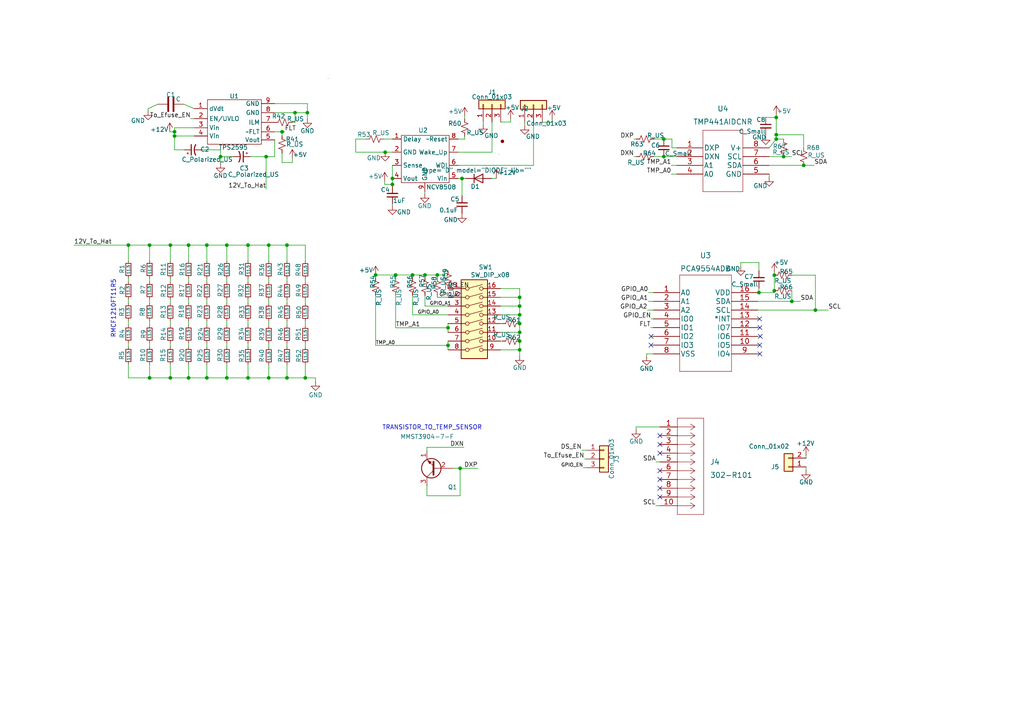
<source format=kicad_sch>
(kicad_sch (version 20211123) (generator eeschema)
  (paper "A4")
  (title_block (title "PERRI Board") (rev "0"))
  (junction (at 224.5868 79.8068))
  (junction (at 229.6668 87.4014))
  (junction (at 134.0104 51.7652))
  (junction (at 43.3832 71.0946))
  (junction (at 65.786 71.0946))
  (junction (at 108.9406 79.756))
  (junction (at 50.6222 38.227))
  (junction (at 220.1164 84.8614))
  (junction (at 77.1906 45.4406))
  (junction (at 150.7236 88.773))
  (junction (at 150.7236 93.853))
  (junction (at 150.7236 101.473))
  (junction (at 71.9328 109.601))
  (junction (at 54.6862 71.0946))
  (junction (at 81.8134 38.227))
  (junction (at 71.9328 71.0946))
  (junction (at 129.9464 95.0722))
  (junction (at 192.532 45.4152))
  (junction (at 192.532 40.3352))
  (junction (at 227.2792 45.4152))
  (junction (at 50.6222 39.4462))
  (junction (at 37.2364 71.0946))
  (junction (at 49.403 109.601))
  (junction (at 63.9572 45.4406))
  (junction (at 225.1456 34.0614))
  (junction (at 225.1456 39.0906))
  (junction (at 85.5726 32.6898))
  (junction (at 59.9948 109.601))
  (junction (at 119.6594 79.756))
  (junction (at 113.8174 53.4924))
  (junction (at 225.1456 40.3352))
  (junction (at 77.9526 71.0946))
  (junction (at 88.5444 109.601))
  (junction (at 150.7236 96.393))
  (junction (at 59.9948 71.0946))
  (junction (at 114.7572 79.756))
  (junction (at 89.154 32.6898))
  (junction (at 126.8222 79.756))
  (junction (at 77.9526 109.601))
  (junction (at 123.2662 79.756))
  (junction (at 65.786 109.601))
  (junction (at 43.3832 109.601))
  (junction (at 224.5868 84.328))
  (junction (at 83.2358 71.0946))
  (junction (at 129.9464 100.1776))
  (junction (at 150.7236 98.933))
  (junction (at 150.7236 91.313))
  (junction (at 150.7236 86.233))
  (junction (at 54.6862 109.601))
  (junction (at 133.4516 135.8138))
  (junction (at 236.4994 89.9414))
  (junction (at 49.403 71.0946))
  (junction (at 83.2358 109.601))
  (junction (at 113.8174 51.7652))
  (junction (at 233.0958 47.9552))
  (junction (at 111.7092 44.1452))
  (no_connect (at 191.389 144.145))
  (no_connect (at 188.8236 100.1014))
  (no_connect (at 188.849 97.5614))
  (no_connect (at 191.389 139.065))
  (no_connect (at 191.389 136.525))
  (no_connect (at 191.389 131.445))
  (no_connect (at 191.389 126.365))
  (no_connect (at 191.389 141.605))
  (no_connect (at 220.5228 97.5614))
  (no_connect (at 220.345 100.1014))
  (no_connect (at 220.3958 95.0214))
  (no_connect (at 220.2942 92.4814))
  (no_connect (at 220.3958 102.6414))
  (no_connect (at 191.389 128.905))
  (wire (pts (xy 223.0882 42.8752) (xy 225.1456 40.3352)))
  (wire (pts (xy 145.2372 35.3822) (xy 148.1074 35.3822)))
  (wire (pts (xy 119.6594 79.756) (xy 119.6594 80.5942)))
  (wire (pts (xy 219.7862 92.4814) (xy 220.2942 92.4814)))
  (wire (pts (xy 49.403 93.0656) (xy 49.403 94.4118)))
  (wire (pts (xy 123.825 130.7338) (xy 123.825 129.7432)))
  (wire (pts (xy 160.147 34.5694) (xy 160.147 35.4838)))
  (wire (pts (xy 126.8222 79.756) (xy 128.8542 79.756)))
  (wire (pts (xy 72.5932 45.4406) (xy 77.1906 45.4406)))
  (wire (pts (xy 219.7862 95.0214) (xy 220.3958 95.0214)))
  (wire (pts (xy 150.7236 96.393) (xy 150.7236 98.933)))
  (wire (pts (xy 123.825 143.7894) (xy 133.4516 143.7894)))
  (wire (pts (xy 224.5868 79.8068) (xy 224.5868 84.328)))
  (wire (pts (xy 150.7236 98.933) (xy 150.7236 101.473)))
  (wire (pts (xy 154.7368 47.9552) (xy 154.7368 35.4838)))
  (wire (pts (xy 59.9948 99.4918) (xy 59.9948 100.6094)))
  (wire (pts (xy 37.2364 99.441) (xy 37.2364 100.5586)))
  (wire (pts (xy 219.7862 89.9414) (xy 236.4994 89.9414)))
  (wire (pts (xy 77.9526 109.601) (xy 83.2358 109.601)))
  (wire (pts (xy 140.1572 35.3822) (xy 140.1572 36.1696)))
  (wire (pts (xy 63.9572 45.4406) (xy 63.9572 43.4594)))
  (wire (pts (xy 79.6798 32.6898) (xy 85.5726 32.6898)))
  (wire (pts (xy 145.1864 86.233) (xy 150.7236 86.233)))
  (wire (pts (xy 103.1748 40.3352) (xy 103.1748 44.1452)))
  (wire (pts (xy 224.5868 78.9686) (xy 224.5868 79.8068)))
  (wire (pts (xy 196.2658 42.8752) (xy 194.8942 42.8752)))
  (wire (pts (xy 83.2358 99.4918) (xy 83.2358 100.6094)))
  (wire (pts (xy 119.6594 91.313) (xy 129.9464 91.313)))
  (wire (pts (xy 59.9948 105.6894) (xy 59.9948 109.601)))
  (wire (pts (xy 77.9526 71.0946) (xy 77.9526 75.7174)))
  (wire (pts (xy 183.8706 45.4152) (xy 184.5564 45.4152)))
  (wire (pts (xy 225.1456 33.2486) (xy 225.1456 34.0614)))
  (wire (pts (xy 88.5444 71.0946) (xy 88.5444 75.7174)))
  (wire (pts (xy 49.2506 38.227) (xy 50.6222 38.227)))
  (wire (pts (xy 188.722 95.0214) (xy 189.5094 95.0214)))
  (wire (pts (xy 37.2364 71.0946) (xy 43.3832 71.0946)))
  (wire (pts (xy 191.389 123.825) (xy 184.5056 123.825)))
  (wire (pts (xy 49.403 99.4918) (xy 49.403 100.6094)))
  (wire (pts (xy 123.825 140.8938) (xy 123.825 143.7894)))
  (wire (pts (xy 189.6364 40.3352) (xy 192.532 40.3352)))
  (wire (pts (xy 49.403 86.868) (xy 49.403 87.9856)))
  (wire (pts (xy 188.8236 100.1014) (xy 189.5094 100.1014)))
  (wire (pts (xy 152.1968 35.4838) (xy 152.1968 36.4236)))
  (wire (pts (xy 189.6364 45.4152) (xy 192.532 45.4152)))
  (wire (pts (xy 89.154 30.0482) (xy 89.154 32.6898)))
  (wire (pts (xy 89.154 32.6898) (xy 89.154 34.4678)))
  (wire (pts (xy 145.1864 88.773) (xy 150.7236 88.773)))
  (wire (pts (xy 81.8134 44.4246) (xy 81.8134 47.1424)))
  (wire (pts (xy 134.0104 62.0776) (xy 134.0104 61.8744)))
  (wire (pts (xy 106.1974 40.3352) (xy 103.1748 40.3352)))
  (wire (pts (xy 63.9572 45.4406) (xy 67.5132 45.4406)))
  (wire (pts (xy 63.9572 43.4594) (xy 58.5216 43.4594)))
  (wire (pts (xy 222.0976 39.1414) (xy 222.0976 39.3954)))
  (wire (pts (xy 220.1164 83.566) (xy 220.1164 84.8614)))
  (wire (pts (xy 225.1456 34.0614) (xy 222.0976 34.0614)))
  (wire (pts (xy 83.2358 80.7466) (xy 83.2358 81.788)))
  (wire (pts (xy 59.9948 93.0656) (xy 59.9948 94.4118)))
  (wire (pts (xy 77.9526 86.9188) (xy 77.9526 88.0364)))
  (wire (pts (xy 119.6594 79.756) (xy 114.7572 79.756)))
  (wire (pts (xy 43.3832 86.8172) (xy 43.3832 87.9348)))
  (wire (pts (xy 83.2358 93.0656) (xy 83.2358 94.4118)))
  (wire (pts (xy 129.9464 100.1776) (xy 129.9464 98.933)))
  (wire (pts (xy 188.849 97.5614) (xy 189.5094 97.5614)))
  (wire (pts (xy 219.7862 97.5614) (xy 220.5228 97.5614)))
  (wire (pts (xy 83.2358 71.0946) (xy 88.5444 71.0946)))
  (wire (pts (xy 65.786 105.6894) (xy 65.786 109.601)))
  (wire (pts (xy 113.8174 51.7652) (xy 113.8174 53.4924)))
  (wire (pts (xy 59.9948 71.0946) (xy 59.9948 75.6666)))
  (wire (pts (xy 54.6862 109.601) (xy 59.9948 109.601)))
  (wire (pts (xy 83.2358 71.0946) (xy 83.2358 75.6666)))
  (wire (pts (xy 54.6862 86.8172) (xy 54.6862 87.9348)))
  (wire (pts (xy 108.9406 85.6742) (xy 108.9406 100.1776)))
  (wire (pts (xy 169.4942 133.1214) (xy 170.1038 133.1214)))
  (wire (pts (xy 225.1456 39.0906) (xy 225.1456 40.3352)))
  (wire (pts (xy 236.4994 89.9414) (xy 240.2332 89.9414)))
  (wire (pts (xy 71.9328 93.0656) (xy 71.9328 94.4118)))
  (wire (pts (xy 83.2358 86.868) (xy 83.2358 87.9856)))
  (wire (pts (xy 43.3832 80.6958) (xy 43.3832 81.7372)))
  (wire (pts (xy 123.825 129.7432) (xy 134.5692 129.7432)))
  (wire (pts (xy 77.9526 71.0946) (xy 83.2358 71.0946)))
  (wire (pts (xy 145.1864 96.393) (xy 150.7236 96.393)))
  (wire (pts (xy 223.0882 47.9552) (xy 233.0958 47.9552)))
  (wire (pts (xy 134.7724 33.7058) (xy 134.7724 34.4678)))
  (wire (pts (xy 123.2662 85.6742) (xy 123.2662 88.773)))
  (wire (pts (xy 128.8542 78.613) (xy 129.9464 78.613)))
  (wire (pts (xy 56.3626 37.0586) (xy 50.6222 37.0586)))
  (wire (pts (xy 126.8222 86.233) (xy 129.9464 86.233)))
  (wire (pts (xy 88.5444 105.7402) (xy 88.5444 109.601)))
  (wire (pts (xy 54.6862 71.0946) (xy 59.9948 71.0946)))
  (wire (pts (xy 126.8222 85.6742) (xy 126.8222 86.233)))
  (wire (pts (xy 229.6668 79.8068) (xy 236.4994 79.8068)))
  (wire (pts (xy 37.2364 93.0148) (xy 37.2364 94.361)))
  (wire (pts (xy 83.2358 109.601) (xy 88.5444 109.601)))
  (wire (pts (xy 49.403 105.6894) (xy 49.403 109.601)))
  (wire (pts (xy 233.0958 39.0906) (xy 225.1456 39.0906)))
  (wire (pts (xy 65.786 71.0946) (xy 65.786 75.6666)))
  (wire (pts (xy 150.7236 86.233) (xy 150.7236 88.773)))
  (wire (pts (xy 143.9418 51.7652) (xy 142.5956 51.7652)))
  (wire (pts (xy 183.8706 40.3352) (xy 184.5564 40.3352)))
  (wire (pts (xy 225.1456 34.0614) (xy 225.1456 39.0906)))
  (wire (pts (xy 55.2958 34.417) (xy 56.3626 34.417)))
  (wire (pts (xy 54.6862 93.0148) (xy 54.6862 94.361)))
  (wire (pts (xy 192.532 40.3352) (xy 194.8942 40.3352)))
  (wire (pts (xy 111.5822 52.5272) (xy 111.5822 53.4924)))
  (wire (pts (xy 43.3832 71.0946) (xy 43.3832 75.6158)))
  (wire (pts (xy 85.5726 32.6898) (xy 89.154 32.6898)))
  (wire (pts (xy 219.7862 87.4014) (xy 229.6668 87.4014)))
  (wire (pts (xy 223.0882 50.4952) (xy 223.0882 51.435)))
  (wire (pts (xy 113.8174 53.4924) (xy 113.8174 54.0766)))
  (wire (pts (xy 132.8674 47.9552) (xy 154.7368 47.9552)))
  (wire (pts (xy 45.7454 30.226) (xy 42.9514 31.5214)))
  (wire (pts (xy 43.3832 105.6386) (xy 43.3832 109.601)))
  (wire (pts (xy 114.7572 95.0722) (xy 129.9464 95.0722)))
  (wire (pts (xy 145.1864 98.933) (xy 145.6436 98.933)))
  (wire (pts (xy 71.9328 71.0946) (xy 77.9526 71.0946)))
  (wire (pts (xy 84.7598 35.4838) (xy 85.5726 35.4838)))
  (wire (pts (xy 108.9406 100.1776) (xy 129.9464 100.1776)))
  (wire (pts (xy 53.3654 30.226) (xy 56.3118 31.5214)))
  (wire (pts (xy 111.7092 44.1452) (xy 113.8174 44.1452)))
  (wire (pts (xy 229.6668 87.4014) (xy 232.156 87.4014)))
  (wire (pts (xy 71.9328 71.0946) (xy 71.9328 75.6666)))
  (wire (pts (xy 81.8134 38.227) (xy 81.8134 39.3446)))
  (wire (pts (xy 37.2364 75.6158) (xy 37.2364 71.0946)))
  (wire (pts (xy 128.8542 79.756) (xy 128.8542 78.613)))
  (wire (pts (xy 77.9526 99.5426) (xy 77.9526 100.6602)))
  (wire (pts (xy 220.1164 84.8614) (xy 224.5868 84.8614)))
  (wire (pts (xy 37.2364 80.6958) (xy 37.2364 81.7372)))
  (wire (pts (xy 88.5444 109.601) (xy 91.5162 109.601)))
  (wire (pts (xy 54.6862 80.6958) (xy 54.6862 81.7372)))
  (wire (pts (xy 123.2662 88.773) (xy 129.9464 88.773)))
  (wire (pts (xy 129.9464 95.0722) (xy 129.9464 96.393)))
  (wire (pts (xy 113.8174 53.4924) (xy 111.5822 53.4924)))
  (wire (pts (xy 37.2364 109.601) (xy 43.3832 109.601)))
  (wire (pts (xy 233.7816 136.4742) (xy 233.7816 135.4074)))
  (wire (pts (xy 65.786 86.868) (xy 65.786 87.9856)))
  (wire (pts (xy 214.8586 76.1492) (xy 220.1164 76.1492)))
  (wire (pts (xy 88.5444 93.1164) (xy 88.5444 94.4626)))
  (wire (pts (xy 123.2662 79.756) (xy 119.6594 79.756)))
  (wire (pts (xy 219.7862 102.6414) (xy 220.3958 102.6414)))
  (wire (pts (xy 150.7236 83.693) (xy 150.7236 86.233)))
  (wire (pts (xy 150.7236 93.853) (xy 150.7236 96.393)))
  (wire (pts (xy 188.849 92.4814) (xy 189.5094 92.4814)))
  (wire (pts (xy 227.2792 40.3352) (xy 225.1456 40.3352)))
  (wire (pts (xy 133.4516 135.8138) (xy 133.4516 143.7894)))
  (wire (pts (xy 134.0104 56.7944) (xy 134.0104 51.7652)))
  (wire (pts (xy 88.5444 99.5426) (xy 88.5444 100.6602)))
  (wire (pts (xy 188.0362 84.8614) (xy 189.5094 84.8614)))
  (wire (pts (xy 157.2768 35.4838) (xy 160.147 35.4838)))
  (wire (pts (xy 123.2662 79.756) (xy 123.2662 80.5942)))
  (wire (pts (xy 150.7236 101.473) (xy 150.7236 103.2764)))
  (wire (pts (xy 77.9526 93.1164) (xy 77.9526 94.4626)))
  (wire (pts (xy 126.8222 79.756) (xy 123.2662 79.756)))
  (wire (pts (xy 65.786 99.4918) (xy 65.786 100.6094)))
  (wire (pts (xy 233.0958 47.9552) (xy 236.1692 47.9552)))
  (wire (pts (xy 114.7572 79.756) (xy 114.7572 80.5942)))
  (wire (pts (xy 233.0958 42.8752) (xy 233.0958 39.0906)))
  (wire (pts (xy 84.7852 45.9232) (xy 84.7852 47.1424)))
  (wire (pts (xy 71.9328 109.601) (xy 77.9526 109.601)))
  (wire (pts (xy 49.403 71.0946) (xy 49.403 75.6666)))
  (wire (pts (xy 54.6862 105.6386) (xy 54.6862 109.601)))
  (wire (pts (xy 65.786 93.0656) (xy 65.786 94.4118)))
  (wire (pts (xy 220.1164 76.1492) (xy 220.1164 78.486)))
  (wire (pts (xy 142.6972 44.1452) (xy 142.6972 35.3822)))
  (wire (pts (xy 126.8222 79.756) (xy 126.8222 80.5942)))
  (wire (pts (xy 145.1864 91.313) (xy 150.7236 91.313)))
  (wire (pts (xy 37.2364 86.8172) (xy 37.2364 87.9348)))
  (wire (pts (xy 194.7164 47.9552) (xy 196.2658 47.9552)))
  (wire (pts (xy 43.3832 71.0946) (xy 49.403 71.0946)))
  (wire (pts (xy 192.532 45.4152) (xy 196.2658 45.4152)))
  (wire (pts (xy 233.7816 132.8674) (xy 233.7816 132.08)))
  (wire (pts (xy 227.2792 45.4152) (xy 229.616 45.4152)))
  (wire (pts (xy 79.629 30.0482) (xy 89.154 30.0482)))
  (wire (pts (xy 187.5536 102.6414) (xy 187.5536 103.378)))
  (wire (pts (xy 111.2774 40.3352) (xy 113.8174 40.3352)))
  (wire (pts (xy 65.786 71.0946) (xy 71.9328 71.0946)))
  (wire (pts (xy 49.403 80.7466) (xy 49.403 81.788)))
  (wire (pts (xy 229.6668 84.328) (xy 229.6668 87.4014)))
  (wire (pts (xy 190.1952 146.685) (xy 191.389 146.685)))
  (wire (pts (xy 56.3626 39.4462) (xy 50.6222 39.4462)))
  (wire (pts (xy 43.3832 109.601) (xy 49.403 109.601)))
  (wire (pts (xy 145.1864 101.473) (xy 150.7236 101.473)))
  (wire (pts (xy 54.6862 71.0946) (xy 54.6862 75.6158)))
  (wire (pts (xy 134.0104 51.7652) (xy 134.9756 51.7652)))
  (wire (pts (xy 150.7236 91.313) (xy 150.7236 93.853)))
  (wire (pts (xy 50.6222 43.4594) (xy 53.4416 43.4594)))
  (wire (pts (xy 129.9464 93.853) (xy 129.9464 95.0722)))
  (wire (pts (xy 71.9328 105.6894) (xy 71.9328 109.601)))
  (wire (pts (xy 79.6798 38.227) (xy 81.8134 38.227)))
  (wire (pts (xy 50.6222 38.227) (xy 50.6222 39.4462)))
  (wire (pts (xy 49.403 71.0946) (xy 54.6862 71.0946)))
  (wire (pts (xy 77.1652 54.8386) (xy 77.1906 45.4406)))
  (wire (pts (xy 21.463 71.0946) (xy 37.2364 71.0946)))
  (wire (pts (xy 190.246 133.985) (xy 191.389 133.985)))
  (wire (pts (xy 223.0882 45.4152) (xy 227.2792 45.4152)))
  (wire (pts (xy 54.6862 99.441) (xy 54.6862 100.5586)))
  (wire (pts (xy 81.8134 47.1424) (xy 84.7852 47.1424)))
  (wire (pts (xy 219.7862 84.8614) (xy 220.1164 84.8614)))
  (wire (pts (xy 132.8674 40.3352) (xy 134.7724 40.3352)))
  (wire (pts (xy 188.0108 87.4014) (xy 189.5094 87.4014)))
  (wire (pts (xy 123.2154 55.5244) (xy 123.2154 56.2102)))
  (wire (pts (xy 145.1864 93.853) (xy 145.6436 93.853)))
  (wire (pts (xy 113.8174 59.1566) (xy 113.8174 59.69)))
  (wire (pts (xy 37.2364 105.6386) (xy 37.2364 109.601)))
  (wire (pts (xy 114.7572 79.756) (xy 108.9406 79.756)))
  (wire (pts (xy 79.6798 40.5638) (xy 79.6798 45.4406)))
  (wire (pts (xy 189.5094 102.6414) (xy 187.5536 102.6414)))
  (wire (pts (xy 43.3832 93.0148) (xy 43.3832 94.361)))
  (wire (pts (xy 50.6222 39.4462) (xy 50.6222 43.4594)))
  (wire (pts (xy 224.5868 84.328) (xy 224.5868 84.8614)))
  (wire (pts (xy 108.9406 79.756) (xy 108.9406 80.5942)))
  (wire (pts (xy 170.1038 135.6614) (xy 169.1386 135.6614)))
  (wire (pts (xy 77.9526 80.7974) (xy 77.9526 81.8388)))
  (wire (pts (xy 219.7862 100.1014) (xy 220.345 100.1014)))
  (wire (pts (xy 71.9328 80.7466) (xy 71.9328 81.788)))
  (wire (pts (xy 77.1906 45.4406) (xy 79.6798 45.4406)))
  (wire (pts (xy 168.7322 130.5814) (xy 170.1038 130.5814)))
  (wire (pts (xy 50.6222 37.0586) (xy 50.6222 38.227)))
  (wire (pts (xy 194.691 50.4952) (xy 196.2658 50.4952)))
  (wire (pts (xy 59.9948 71.0946) (xy 65.786 71.0946)))
  (wire (pts (xy 187.7822 89.9414) (xy 189.5094 89.9414)))
  (wire (pts (xy 119.6594 85.6742) (xy 119.6594 91.313)))
  (wire (pts (xy 184.5056 123.825) (xy 184.5056 124.6124)))
  (wire (pts (xy 103.1748 44.1452) (xy 111.7092 44.1452)))
  (wire (pts (xy 85.5726 35.4838) (xy 85.5726 32.6898)))
  (wire (pts (xy 131.445 135.8138) (xy 133.4516 135.8138)))
  (wire (pts (xy 129.9464 101.473) (xy 129.9464 100.1776)))
  (wire (pts (xy 77.9526 105.7402) (xy 77.9526 109.601)))
  (wire (pts (xy 88.5444 80.7974) (xy 88.5444 81.8388)))
  (wire (pts (xy 214.8586 76.1492) (xy 214.8586 77.343)))
  (wire (pts (xy 132.8674 44.1452) (xy 142.6972 44.1452)))
  (wire (pts (xy 132.8674 51.7652) (xy 134.0104 51.7652)))
  (wire (pts (xy 65.786 80.7466) (xy 65.786 81.788)))
  (wire (pts (xy 49.403 109.601) (xy 54.6862 109.601)))
  (wire (pts (xy 81.8134 38.227) (xy 82.5754 38.227)))
  (wire (pts (xy 114.7572 85.6742) (xy 114.7572 95.0722)))
  (wire (pts (xy 42.9514 31.5214) (xy 42.9514 32.2072)))
  (wire (pts (xy 134.7724 39.5478) (xy 134.7724 40.3352)))
  (wire (pts (xy 145.1864 83.693) (xy 150.7236 83.693)))
  (wire (pts (xy 83.2358 105.6894) (xy 83.2358 109.601)))
  (wire (pts (xy 236.4994 79.8068) (xy 236.4994 89.9414)))
  (wire (pts (xy 59.9948 109.601) (xy 65.786 109.601)))
  (wire (pts (xy 43.3832 99.441) (xy 43.3832 100.5586)))
  (wire (pts (xy 71.9328 86.868) (xy 71.9328 87.9856)))
  (wire (pts (xy 63.9572 45.4406) (xy 63.9572 47.4726)))
  (wire (pts (xy 65.786 109.601) (xy 71.9328 109.601)))
  (wire (pts (xy 59.9948 86.868) (xy 59.9948 87.9856)))
  (wire (pts (xy 133.4516 135.8138) (xy 138.557 135.8138)))
  (wire (pts (xy 150.7236 88.773) (xy 150.7236 91.313)))
  (wire (pts (xy 148.1074 34.4678) (xy 148.1074 35.3822)))
  (wire (pts (xy 59.9948 80.7466) (xy 59.9948 81.788)))
  (wire (pts (xy 113.8174 47.9552) (xy 113.8174 51.7652)))
  (wire (pts (xy 71.9328 99.4918) (xy 71.9328 100.6094)))
  (wire (pts (xy 91.5162 109.601) (xy 91.5162 110.7186)))
  (wire (pts (xy 88.5444 86.9188) (xy 88.5444 88.0364)))
  (wire (pts (xy 194.8942 42.8752) (xy 194.8942 40.3352)))
  (text "TRANSISTOR_TO_TEMP_SENSOR" (at 139.827 124.841 180) (effects (font (size 1.27 1.27)) (justify right bottom)))
  (text "RMCF1210FT11R5\n" (at 33.6804 98.0948 90) (effects (font (size 1.27 1.27)) (justify left bottom)))
  (label "GPIO_A0" (at 121.0818 91.313 0) (effects (font (size 1 1))))
  (label "FLT" (at 188.722 95.0214 180))
  (label "DS_EN" (at 129.9464 83.693 0))
  (label "GPIO_EN" (at 188.849 92.4814 180))
  (label "GPIO_A2" (at 127.381 86.233 0) (effects (font (size 1 1))))
  (label "DXN" (at 134.5692 129.7432 180))
  (label "GPIO_A0" (at 188.0362 84.8614 180))
  (label "GPIO_A2" (at 187.7822 89.9414 180))
  (label "TMP_A1" (at 114.7572 95.0722 0))
  (label "To_Efuse_EN" (at 169.4942 133.1214 180))
  (label "GPIO_A1" (at 124.587 88.773 0) (effects (font (size 1 1))))
  (label "SDA" (at 190.246 133.985 180))
  (label "To_Efuse_EN" (at 55.2958 34.417 180))
  (label "SCL" (at 240.2332 89.9414 0))
  (label "DXP" (at 138.557 135.8138 180))
  (label "GPIO_EN" (at 169.1386 135.6614 180) (effects (font (size 1 1))))
  (label "DS_EN" (at 168.7322 130.5814 180))
  (label "GPIO_A1" (at 188.0108 87.4014 180))
  (label "12V_To_Hat" (at 21.463 71.0946 0))
  (label "12V_To_Hat" (at 77.1652 54.8386 180))
  (label "TMP_A0" (at 194.691 50.4952 180))
  (label "DXP" (at 183.8706 40.3352 180))
  (label "SCL" (at 229.616 45.4152 0))
  (label "TMP_A1" (at 194.7164 47.9552 180))
  (label "SDA" (at 236.1692 47.9552 0))
  (label "SCL" (at 190.1952 146.685 180))
  (label "FLT" (at 82.5754 38.227 0))
  (label "SDA" (at 232.156 87.4014 0))
  (label "TMP_A0" (at 108.9406 100.1776 0) (effects (font (size 1 1))))
  (label "DXN" (at 183.8706 45.4152 180))
  (symbol (lib_id "power:+12V") (at 49.2506 38.227 0) (unit 1)
    (property "Reference" "#PWR02" (effects hide))
    (property "Value" "+12V" (at 46.2026 37.5666 0))
  )
  (symbol (lib_id "Connector_Generic:Conn_01x02") (at 228.7016 135.4074 180) (unit 1)
    (property "Reference" "J5" (at 226.0092 135.4075 0) (effects (justify left)))
    (property "Value" "Conn_01x02" (at 228.9302 129.4638 0) (effects (justify left)))
    (property "Footprint" "footprints:1757242" (effects hide))
  )
  (symbol (lib_id "Device:R_Small") (at 49.403 84.328 0) (unit 1)
    (property "Reference" "R12" (at 47.4218 86.3092 90) (effects (justify left)))
    (property "Value" "11.5" (at 49.3522 85.6742 90) (effects (font (size 0.8 0.8)) (justify left)))
    (property "Footprint" "Resistor_SMD:R_1210_3225Metric" (effects hide))
  )
  (symbol (lib_id "Device:C") (at 49.5554 30.226 270) (unit 1)
    (property "Reference" "C1" (at 49.53 27.4574 90))
    (property "Value" "C" (at 51.7144 28.7528 90))
    (property "Footprint" "Capacitor_SMD:C_0805_2012Metric" (effects hide))
  )
  (symbol (lib_id "Device:R_Small") (at 49.403 90.5256 0) (unit 1)
    (property "Reference" "R13" (at 47.371 92.4052 90) (effects (justify left)))
    (property "Value" "11.5" (at 49.3522 91.9734 90) (effects (font (size 0.8 0.8)) (justify left)))
    (property "Footprint" "Resistor_SMD:R_1210_3225Metric" (effects hide))
  )
  (symbol (lib_id "Device:R_Small") (at 77.9526 90.5764 0) (unit 1)
    (property "Reference" "R38" (at 75.8698 92.5576 90) (effects (justify left)))
    (property "Value" "11.5" (at 77.9018 92.0242 90) (effects (font (size 0.8 0.8)) (justify left)))
    (property "Footprint" "Resistor_SMD:R_1210_3225Metric" (effects hide))
  )
  (symbol (lib_id "Device:R_Small") (at 65.786 84.328 0) (unit 1)
    (property "Reference" "R27" (at 63.9064 86.1568 90) (effects (justify left)))
    (property "Value" "11.5" (at 65.7352 85.6742 90) (effects (font (size 0.8 0.8)) (justify left)))
    (property "Footprint" "Resistor_SMD:R_1210_3225Metric" (effects hide))
  )
  (symbol (lib_id "Device:R_Small") (at 65.786 96.9518 0) (unit 1)
    (property "Reference" "R29" (at 63.9064 98.7552 90) (effects (justify left)))
    (property "Value" "11.5" (at 65.786 98.3488 90) (effects (font (size 0.8 0.8)) (justify left)))
    (property "Footprint" "Resistor_SMD:R_1210_3225Metric" (effects hide))
  )
  (symbol (lib_id "Connector_Generic:Conn_01x03") (at 175.1838 133.1214 0) (unit 1)
    (property "Reference" "J3" (at 178.7906 131.9784 90) (effects (justify right)))
    (property "Value" "Conn_01x03" (at 177.3682 127.2032 90) (effects (justify right)))
    (property "Footprint" "Connector_PinHeader_2.54mm:PinHeader_1x03_P2.54mm_Vertical" (effects hide))
  )
  (symbol (lib_id "Device:R_Small") (at 88.5444 84.3788 0) (unit 1)
    (property "Reference" "R49" (at 86.614 86.2076 90) (effects (justify left)))
    (property "Value" "11.5" (at 88.4936 85.725 90) (effects (font (size 0.8 0.8)) (justify left)))
    (property "Footprint" "Resistor_SMD:R_1210_3225Metric" (effects hide))
  )
  (symbol (lib_id "power:GND") (at 150.7236 103.2764 0) (unit 1)
    (property "Reference" "#PWR017" (effects hide))
    (property "Value" "GND" (at 150.749 106.6292 0))
  )
  (symbol (lib_id "Device:R_Small") (at 83.2358 103.1494 0) (unit 1)
    (property "Reference" "R47" (at 81.407 105.1052 90) (effects (justify left)))
    (property "Value" "11.5" (at 83.2866 104.5972 90) (effects (font (size 0.8 0.8)) (justify left)))
    (property "Footprint" "Resistor_SMD:R_1210_3225Metric" (effects hide))
  )
  (symbol (lib_id "Device:R_Small") (at 83.2358 78.2066 0) (unit 1)
    (property "Reference" "R43" (at 81.3562 80.0608 90) (effects (justify left)))
    (property "Value" "11.5" (at 83.2866 79.629 90) (effects (font (size 0.8 0.8)) (justify left)))
    (property "Footprint" "Resistor_SMD:R_1210_3225Metric" (effects hide))
  )
  (symbol (lib_id "power:GND") (at 184.5056 124.6124 0) (unit 1)
    (property "Reference" "#PWR021" (effects hide))
    (property "Value" "GND" (at 184.531 128.016 0))
  )
  (symbol (lib_id "Device:R_Small") (at 77.9526 78.2574 0) (unit 1)
    (property "Reference" "R36" (at 75.9714 80.2132 90) (effects (justify left)))
    (property "Value" "11.5" (at 78.0034 79.6798 90) (effects (font (size 0.8 0.8)) (justify left)))
    (property "Footprint" "Resistor_SMD:R_1210_3225Metric" (effects hide))
  )
  (symbol (lib_id "power:+5V") (at 225.1456 33.2486 0) (unit 1)
    (property "Reference" "#PWR026" (effects hide))
    (property "Value" "+5V" (at 227.33 32.2072 0))
  )
  (symbol (lib_id "Device:R_Small") (at 54.6862 96.901 0) (unit 1)
    (property "Reference" "R19" (at 52.705 98.7044 90) (effects (justify left)))
    (property "Value" "11.5" (at 54.6862 98.298 90) (effects (font (size 0.8 0.8)) (justify left)))
    (property "Footprint" "Resistor_SMD:R_1210_3225Metric" (effects hide))
  )
  (symbol (lib_id "Device:C_Small") (at 222.0976 36.6014 0) (unit 1)
    (property "Reference" "C8" (at 219.3544 34.6964 0) (effects (justify left)))
    (property "Value" "C_Small" (at 214.2744 38.1254 0) (effects (justify left)))
    (property "Footprint" "Capacitor_SMD:C_0805_2012Metric" (effects hide))
  )
  (symbol (lib_id "Device:R_Small") (at 37.2364 84.2772 0) (unit 1)
    (property "Reference" "R2" (at 35.5092 85.5726 90) (effects (justify left)))
    (property "Value" "11.5" (at 37.1856 85.6234 90) (effects (font (size 0.8 0.8)) (justify left)))
    (property "Footprint" "Resistor_SMD:R_1210_3225Metric" (effects hide))
  )
  (symbol (lib_id "power:+12V") (at 143.9418 51.7652 0) (unit 1)
    (property "Reference" "#PWR015" (effects hide))
    (property "Value" "+12V" (at 147.066 50.0634 0))
  )
  (symbol (lib_id "Device:R_Small") (at 37.2364 96.901 0) (unit 1)
    (property "Reference" "R4" (at 35.4584 98.1456 90) (effects (justify left)))
    (property "Value" "11.5" (at 37.2364 98.298 90) (effects (font (size 0.8 0.8)) (justify left)))
    (property "Footprint" "Resistor_SMD:R_1210_3225Metric" (effects hide))
  )
  (symbol (lib_id "Device:R_Small_US") (at 227.1268 84.328 90) (unit 1)
    (property "Reference" "R66" (at 230.0224 83.2866 90) (effects (justify left)))
    (property "Value" "R_US" (at 229.5652 85.9536 90) (effects (justify left)))
    (property "Footprint" "Resistor_SMD:R_0805_2012Metric" (effects hide))
  )
  (symbol (lib_id "Device:R_Small_US") (at 126.8222 83.1342 180) (unit 1)
    (property "Reference" "R58" (at 125.9332 80.0862 90) (effects (justify left)))
    (property "Value" "R_US" (at 128.5748 80.1116 90) (effects (justify left)))
    (property "Footprint" "Resistor_SMD:R_0805_2012Metric" (effects hide))
  )
  (symbol (lib_id "power:+5V") (at 160.147 34.5694 0) (mirror y) (unit 1)
    (property "Reference" "#PWR019" (effects hide))
    (property "Value" "+5V" (at 160.6042 31.2928 0))
  )
  (symbol (lib_id "Device:C_Polarized_Small_US") (at 70.0532 45.4406 270) (unit 1)
    (property "Reference" "C3" (at 70.8152 48.8188 90))
    (property "Value" "C_Polarized_US" (at 73.5076 50.5968 90))
    (property "Footprint" "Capacitor_SMD:C_1206_3216Metric" (effects hide))
  )
  (symbol (lib_id "Device:C_Small") (at 134.0104 59.3344 180) (unit 1)
    (property "Reference" "C5" (at 133.2992 57.7596 0) (effects (justify left)))
    (property "Value" "0.1uF" (at 132.8674 60.96 0) (effects (justify left)))
    (property "Footprint" "Capacitor_SMD:C_1206_3216Metric" (effects hide))
  )
  (symbol (lib_id "Device:R_Small_US") (at 187.0964 40.3352 90) (unit 1)
    (property "Reference" "R63" (at 186.69 41.8084 90) (effects (justify left)))
    (property "Value" "R_US" (at 192.659 39.2938 90) (effects (justify left)))
    (property "Footprint" "Resistor_SMD:R_0805_2012Metric" (effects hide))
  )
  (symbol (lib_id "Device:R_Small_US") (at 187.0964 45.4152 90) (unit 1)
    (property "Reference" "R64" (at 190.3222 44.45 90) (effects (justify left)))
    (property "Value" "R_US" (at 186.944 47.117 90) (effects (justify left)))
    (property "Footprint" "Resistor_SMD:R_0805_2012Metric" (effects hide))
  )
  (symbol (lib_id "Device:R_Small") (at 49.403 96.9518 0) (unit 1)
    (property "Reference" "R14" (at 47.4218 98.8568 90) (effects (justify left)))
    (property "Value" "11.5" (at 49.403 98.3488 90) (effects (font (size 0.8 0.8)) (justify left)))
    (property "Footprint" "Resistor_SMD:R_1210_3225Metric" (effects hide))
  )
  (symbol (lib_id "power:+5V") (at 111.5822 52.5272 0) (unit 1)
    (property "Reference" "#PWR08" (effects hide))
    (property "Value" "+5V" (at 108.8136 51.1302 0))
  )
  (symbol (lib_id "Device:R_Small") (at 43.3832 90.4748 0) (unit 1)
    (property "Reference" "R8" (at 41.3258 91.821 90) (effects (justify left)))
    (property "Value" "11.5" (at 43.3324 91.9226 90) (effects (font (size 0.8 0.8)) (justify left)))
    (property "Footprint" "Resistor_SMD:R_1210_3225Metric" (effects hide))
  )
  (symbol (lib_id "Device:R_Small") (at 71.9328 96.9518 0) (unit 1)
    (property "Reference" "R34" (at 70.0532 98.7552 90) (effects (justify left)))
    (property "Value" "11.5" (at 71.9328 98.3488 90) (effects (font (size 0.8 0.8)) (justify left)))
    (property "Footprint" "Resistor_SMD:R_1210_3225Metric" (effects hide))
  )
  (symbol (lib_id "power:GND") (at 223.0882 51.435 0) (unit 1)
    (property "Reference" "#PWR024" (effects hide))
    (property "Value" "GND" (at 220.5482 53.8988 0))
  )
  (symbol (lib_id "power:+5V") (at 108.9406 79.756 0) (unit 1)
    (property "Reference" "#PWR07" (effects hide))
    (property "Value" "+5V" (at 106.172 78.359 0))
  )
  (symbol (lib_id "Device:R_Small") (at 49.403 78.2066 0) (unit 1)
    (property "Reference" "R11" (at 47.371 80.0608 90) (effects (justify left)))
    (property "Value" "11.5" (at 49.4538 79.629 90) (effects (font (size 0.8 0.8)) (justify left)))
    (property "Footprint" "Resistor_SMD:R_1210_3225Metric" (effects hide))
  )
  (symbol (lib_id "Device:R_Small") (at 83.2358 96.9518 0) (unit 1)
    (property "Reference" "R46" (at 81.407 98.8568 90) (effects (justify left)))
    (property "Value" "11.5" (at 83.2358 98.3488 90) (effects (font (size 0.8 0.8)) (justify left)))
    (property "Footprint" "Resistor_SMD:R_1210_3225Metric" (effects hide))
  )
  (symbol (lib_id "PERRI_Symbols:NVC8508") (at 122.7074 46.6852 0) (unit 1)
    (property "Reference" "U2" (at 122.7074 37.7952 0))
    (property "Value" "NCV8508" (at 127.9652 54.2544 0))
    (property "Footprint" "Package_SO:SOIC-8-1EP_3.9x4.9mm_P1.27mm_EP2.514x3.2mm" (effects hide))
  )
  (symbol (lib_id "Device:R_Small") (at 88.5444 90.5764 0) (unit 1)
    (property "Reference" "R50" (at 86.7156 92.5576 90) (effects (justify left)))
    (property "Value" "11.5" (at 88.4936 92.0242 90) (effects (font (size 0.8 0.8)) (justify left)))
    (property "Footprint" "Resistor_SMD:R_1210_3225Metric" (effects hide))
  )
  (symbol (lib_id "Device:R_Small_US") (at 108.9406 83.1342 180) (unit 1)
    (property "Reference" "R54" (at 108.1532 79.7814 90) (effects (justify left)))
    (property "Value" "R_US" (at 109.8804 83.7438 90) (effects (justify left)))
    (property "Footprint" "Resistor_SMD:R_0805_2012Metric" (effects hide))
  )
  (symbol (lib_id "Device:R_Small") (at 71.9328 90.5256 0) (unit 1)
    (property "Reference" "R33" (at 70.1548 92.456 90) (effects (justify left)))
    (property "Value" "11.5" (at 71.882 91.9734 90) (effects (font (size 0.8 0.8)) (justify left)))
    (property "Footprint" "Resistor_SMD:R_1210_3225Metric" (effects hide))
  )
  (symbol (lib_id "Device:R_Small") (at 65.786 103.1494 0) (unit 1)
    (property "Reference" "R30" (at 63.8556 104.9528 90) (effects (justify left)))
    (property "Value" "11.5" (at 65.8368 104.5972 90) (effects (font (size 0.8 0.8)) (justify left)))
    (property "Footprint" "Resistor_SMD:R_1210_3225Metric" (effects hide))
  )
  (symbol (lib_id "Device:C_Small") (at 220.1164 81.026 180) (unit 1)
    (property "Reference" "C7" (at 218.567 80.2386 0) (effects (justify left)))
    (property "Value" "C_Small" (at 219.964 82.4484 0) (effects (justify left)))
    (property "Footprint" "Capacitor_SMD:C_0805_2012Metric" (effects hide))
  )
  (symbol (lib_id "Device:R_Small") (at 65.786 78.2066 0) (unit 1)
    (property "Reference" "R26" (at 64.008 80.1116 90) (effects (justify left)))
    (property "Value" "11.5" (at 65.8368 79.629 90) (effects (font (size 0.8 0.8)) (justify left)))
    (property "Footprint" "Resistor_SMD:R_1210_3225Metric" (effects hide))
  )
  (symbol (lib_id "power:GND") (at 134.0104 62.0776 0) (unit 1)
    (property "Reference" "#PWR012" (effects hide))
    (property "Value" "GND" (at 130.7338 63.754 0))
  )
  (symbol (lib_id "Device:R_Small_US") (at 148.1836 93.853 90) (unit 1)
    (property "Reference" "R61" (at 151.0792 92.8116 90) (effects (justify left)))
    (property "Value" "R_US" (at 148.0312 91.9734 90) (effects (justify left)))
    (property "Footprint" "Resistor_SMD:R_0805_2012Metric" (effects hide))
  )
  (symbol (lib_id "power:GND") (at 187.5536 103.378 0) (unit 1)
    (property "Reference" "#PWR020" (effects hide))
    (property "Value" "GND" (at 187.5536 106.8832 0))
  )
  (symbol (lib_id "Device:R_Small_US") (at 233.0958 45.4152 0) (unit 1)
    (property "Reference" "R68" (at 233.9086 42.8498 0) (effects (justify left)))
    (property "Value" "R_US" (at 234.2388 45.0342 0) (effects (justify left)))
    (property "Footprint" "Resistor_SMD:R_0805_2012Metric" (effects hide))
  )
  (symbol (lib_id "Device:R_Small") (at 77.9526 84.3788 0) (unit 1)
    (property "Reference" "R37" (at 75.9206 86.1568 90) (effects (justify left)))
    (property "Value" "11.5" (at 77.9018 85.725 90) (effects (font (size 0.8 0.8)) (justify left)))
    (property "Footprint" "Resistor_SMD:R_1210_3225Metric" (effects hide))
  )
  (symbol (lib_id "power:GND") (at 152.1968 36.4236 0) (unit 1)
    (property "Reference" "#PWR018" (effects hide))
    (property "Value" "GND" (at 154.559 39.5986 0))
  )
  (symbol (lib_id "power:GND") (at 113.8174 59.69 0) (unit 1)
    (property "Reference" "#PWR010" (effects hide))
    (property "Value" "GND" (at 117.1448 61.4934 0))
  )
  (symbol (lib_id "Device:R_Small") (at 54.6862 90.4748 0) (unit 1)
    (property "Reference" "R18" (at 52.6034 92.2528 90) (effects (justify left)))
    (property "Value" "11.5" (at 54.6354 91.9226 90) (effects (font (size 0.8 0.8)) (justify left)))
    (property "Footprint" "Resistor_SMD:R_1210_3225Metric" (effects hide))
  )
  (symbol (lib_id "power:GND") (at 111.7092 44.1452 0) (unit 1)
    (property "Reference" "#PWR09" (effects hide))
    (property "Value" "GND" (at 108.4326 45.8216 0))
  )
  (symbol (lib_id "power:GND") (at 123.2154 56.2102 0) (unit 1)
    (property "Reference" "#PWR011" (effects hide))
    (property "Value" "GND" (at 123.1646 59.7154 0))
  )
  (symbol (lib_id "Device:R_Small") (at 59.9948 90.5256 0) (unit 1)
    (property "Reference" "R23" (at 58.0136 92.3036 90) (effects (justify left)))
    (property "Value" "11.5" (at 59.944 91.9734 90) (effects (font (size 0.8 0.8)) (justify left)))
    (property "Footprint" "Resistor_SMD:R_1210_3225Metric" (effects hide))
  )
  (symbol (lib_id "Device:R_Small_US") (at 123.2662 83.1342 180) (unit 1)
    (property "Reference" "R57" (at 122.4026 79.5274 90) (effects (justify left)))
    (property "Value" "R_US" (at 124.4092 82.1436 90) (effects (justify left)))
    (property "Footprint" "Resistor_SMD:R_0805_2012Metric" (effects hide))
  )
  (symbol (lib_id "Transistor_BJT:2N3904") (at 126.365 135.8138 180) (unit 1)
    (property "Reference" "Q1" (at 132.6388 141.2748 0) (effects (justify left)))
    (property "Value" "MMST3904-7-F" (at 131.6736 126.6444 0) (effects (justify left)))
    (property "Footprint" "MMST3904-7-F:MMST3904-7-F" (effects hide))
    (property "Datasheet" "https://www.onsemi.com/pub/Collateral/2N3903-D.PDF" (effects hide))
  )
  (symbol (lib_id "power:GND") (at 233.7816 136.4742 0) (unit 1)
    (property "Reference" "#PWR028" (effects hide))
    (property "Value" "GND" (at 233.807 139.827 0))
  )
  (symbol (lib_id "power:+5V") (at 84.7852 45.9232 0) (unit 1)
    (property "Reference" "#PWR04" (effects hide))
    (property "Value" "+5V" (at 86.9696 44.8818 0))
  )
  (symbol (lib_id "power:GND") (at 140.1572 36.1696 0) (unit 1)
    (property "Reference" "#PWR014" (effects hide))
    (property "Value" "GND" (at 142.5194 39.3446 0))
  )
  (symbol (lib_id "Device:R_Small") (at 88.5444 97.0026 0) (unit 1)
    (property "Reference" "R51" (at 86.5632 98.8568 90) (effects (justify left)))
    (property "Value" "11.5" (at 88.5444 98.3996 90) (effects (font (size 0.8 0.8)) (justify left)))
    (property "Footprint" "Resistor_SMD:R_1210_3225Metric" (effects hide))
  )
  (symbol (lib_id "2022-07-15_19-29-03:302-R101") (at 191.389 123.825 0) (unit 1)
    (property "Reference" "J4" (at 205.9178 133.985 0) (effects (font (size 1.524 1.524)) (justify left)))
    (property "Value" "302-R101" (at 205.9178 137.795 0) (effects (font (size 1.524 1.524)) (justify left)))
    (property "Footprint" "footprints:302-R101" (effects hide))
  )
  (symbol (lib_id "Device:C_Small") (at 113.8174 56.6166 180) (unit 1)
    (property "Reference" "C4" (at 113.1062 55.0418 0) (effects (justify left)))
    (property "Value" "1uF" (at 117.602 58.166 0) (effects (justify left)))
    (property "Footprint" "Capacitor_SMD:C_1206_3216Metric" (effects hide))
  )
  (symbol (lib_id "power:+5V") (at 134.7724 33.7058 0) (unit 1)
    (property "Reference" "#PWR013" (effects hide))
    (property "Value" "+5V" (at 132.0038 32.3088 0))
  )
  (symbol (lib_id "Device:R_Small_US") (at 82.2198 35.4838 90) (unit 1)
    (property "Reference" "R42" (at 82.7532 33.7058 90) (effects (justify left)))
    (property "Value" "R_US" (at 88.1888 34.4932 90) (effects (justify left)))
    (property "Footprint" "Resistor_SMD:R_0805_2012Metric" (effects hide))
  )
  (symbol (lib_id "Device:R_Small") (at 54.6862 84.2772 0) (unit 1)
    (property "Reference" "R17" (at 52.7558 86.2584 90) (effects (justify left)))
    (property "Value" "11.5" (at 54.6354 85.6234 90) (effects (font (size 0.8 0.8)) (justify left)))
    (property "Footprint" "Resistor_SMD:R_1210_3225Metric" (effects hide))
  )
  (symbol (lib_id "Device:R_Small") (at 83.2358 84.328 0) (unit 1)
    (property "Reference" "R44" (at 81.3562 86.36 90) (effects (justify left)))
    (property "Value" "11.5" (at 83.185 85.6742 90) (effects (font (size 0.8 0.8)) (justify left)))
    (property "Footprint" "Resistor_SMD:R_1210_3225Metric" (effects hide))
  )
  (symbol (lib_id "Device:R_Small_US") (at 134.7724 37.0078 180) (unit 1)
    (property "Reference" "R60" (at 133.8834 35.814 0) (effects (justify left)))
    (property "Value" "R_US" (at 140.2842 38.4556 0) (effects (justify left)))
    (property "Footprint" "Resistor_SMD:R_0805_2012Metric" (effects hide))
  )
  (symbol (lib_id "power:GND") (at 222.0976 39.3954 0) (unit 1)
    (property "Reference" "#PWR023" (effects hide))
    (property "Value" "GND" (at 220.1926 39.7764 0))
  )
  (symbol (lib_id "power:+5V") (at 224.5868 78.9686 0) (unit 1)
    (property "Reference" "#PWR025" (effects hide))
    (property "Value" "+5V" (at 226.5426 76.1238 0))
  )
  (symbol (lib_id "Device:R_Small") (at 43.3832 84.2772 0) (unit 1)
    (property "Reference" "R7" (at 41.5544 85.3694 90) (effects (justify left)))
    (property "Value" "11.5" (at 43.3324 85.6234 90) (effects (font (size 0.8 0.8)) (justify left)))
    (property "Footprint" "Resistor_SMD:R_1210_3225Metric" (effects hide))
  )
  (symbol (lib_id "Device:R_Small") (at 59.9948 84.328 0) (unit 1)
    (property "Reference" "R22" (at 57.9628 86.3092 90) (effects (justify left)))
    (property "Value" "11.5" (at 59.944 85.6742 90) (effects (font (size 0.8 0.8)) (justify left)))
    (property "Footprint" "Resistor_SMD:R_1210_3225Metric" (effects hide))
  )
  (symbol (lib_id "power:GND") (at 214.8586 77.343 0) (unit 1)
    (property "Reference" "#PWR022" (effects hide))
    (property "Value" "GND" (at 212.6742 77.9526 0))
  )
  (symbol (lib_id "PERRI_Symbols:efuse") (at 64.135 35.4838 0) (unit 1)
    (property "Reference" "U1" (at 67.945 27.9146 0))
    (property "Value" "TPS2595" (at 67.6656 42.7482 0))
    (property "Footprint" "TPS441:TPS259525DSGR" (effects hide))
  )
  (symbol (lib_id "Device:R_Small") (at 37.2364 90.4748 0) (unit 1)
    (property "Reference" "R3" (at 35.3568 91.8718 90) (effects (justify left)))
    (property "Value" "11.5" (at 37.1856 91.9226 90) (effects (font (size 0.8 0.8)) (justify left)))
    (property "Footprint" "Resistor_SMD:R_1210_3225Metric" (effects hide))
  )
  (symbol (lib_id "Device:R_Small") (at 54.6862 103.0986 0) (unit 1)
    (property "Reference" "R20" (at 52.8066 104.9528 90) (effects (justify left)))
    (property "Value" "11.5" (at 54.737 104.5464 90) (effects (font (size 0.8 0.8)) (justify left)))
    (property "Footprint" "Resistor_SMD:R_1210_3225Metric" (effects hide))
  )
  (symbol (lib_id "Device:R_Small") (at 83.2358 90.5256 0) (unit 1)
    (property "Reference" "R45" (at 81.407 92.456 90) (effects (justify left)))
    (property "Value" "11.5" (at 83.185 91.9734 90) (effects (font (size 0.8 0.8)) (justify left)))
    (property "Footprint" "Resistor_SMD:R_1210_3225Metric" (effects hide))
  )
  (symbol (lib_name "C_Polarized_Small_US_1") (lib_id "Device:C_Polarized_Small_US") (at 55.9816 43.4594 90) (unit 1)
    (property "Reference" "C2" (at 59.4106 43.3324 90))
    (property "Value" "C_Polarized_US" (at 60.0964 46.2534 90))
    (property "Footprint" "Capacitor_SMD:C_1206_3216Metric" (effects hide))
  )
  (symbol (lib_id "power:GND") (at 89.154 34.4678 0) (unit 1)
    (property "Reference" "#PWR05" (effects hide))
    (property "Value" "GND" (at 89.154 37.9476 0))
  )
  (symbol (lib_id "Device:R_Small_US") (at 114.7572 83.1342 180) (unit 1)
    (property "Reference" "R55" (at 113.9698 79.7814 90) (effects (justify left)))
    (property "Value" "R_US" (at 115.697 83.7438 90) (effects (justify left)))
    (property "Footprint" "Resistor_SMD:R_0805_2012Metric" (effects hide))
  )
  (symbol (lib_id "Device:R_Small") (at 77.9526 97.0026 0) (unit 1)
    (property "Reference" "R39" (at 75.9714 98.9076 90) (effects (justify left)))
    (property "Value" "11.5" (at 77.9526 98.3996 90) (effects (font (size 0.8 0.8)) (justify left)))
    (property "Footprint" "Resistor_SMD:R_1210_3225Metric" (effects hide))
  )
  (symbol (lib_id "Device:R_Small") (at 71.9328 103.1494 0) (unit 1)
    (property "Reference" "R35" (at 70.104 105.156 90) (effects (justify left)))
    (property "Value" "11.5" (at 71.9836 104.5972 90) (effects (font (size 0.8 0.8)) (justify left)))
    (property "Footprint" "Resistor_SMD:R_1210_3225Metric" (effects hide))
  )
  (symbol (lib_id "Device:R_Small") (at 88.5444 78.2574 0) (unit 1)
    (property "Reference" "R48" (at 86.5124 80.2132 90) (effects (justify left)))
    (property "Value" "11.5" (at 88.5952 79.6798 90) (effects (font (size 0.8 0.8)) (justify left)))
    (property "Footprint" "Resistor_SMD:R_1210_3225Metric" (effects hide))
  )
  (symbol (lib_id "Device:C_Small") (at 192.532 42.8752 0) (unit 1)
    (property "Reference" "C6" (at 188.7982 42.164 0) (effects (justify left)))
    (property "Value" "C_Small" (at 192.8368 44.5262 0) (effects (justify left)))
    (property "Footprint" "Capacitor_SMD:C_0805_2012Metric" (effects hide))
  )
  (symbol (lib_id "Device:R_Small") (at 37.2364 103.0986 0) (unit 1)
    (property "Reference" "R5" (at 35.306 104.4448 90) (effects (justify left)))
    (property "Value" "11.5" (at 37.2872 104.5464 90) (effects (font (size 0.8 0.8)) (justify left)))
    (property "Footprint" "Resistor_SMD:R_1210_3225Metric" (effects hide))
  )
  (symbol (lib_id "Device:R_Small") (at 43.3832 103.0986 0) (unit 1)
    (property "Reference" "R10" (at 41.4528 104.9528 90) (effects (justify left)))
    (property "Value" "11.5" (at 43.434 104.5464 90) (effects (font (size 0.8 0.8)) (justify left)))
    (property "Footprint" "Resistor_SMD:R_1210_3225Metric" (effects hide))
  )
  (symbol (lib_id "Device:R_Small_US") (at 81.8134 41.8846 0) (unit 1)
    (property "Reference" "R41" (at 82.8548 40.386 0) (effects (justify left)))
    (property "Value" "R_US" (at 82.9818 41.8592 0) (effects (justify left)))
    (property "Footprint" "Resistor_SMD:R_0805_2012Metric" (effects hide))
  )
  (symbol (lib_id "Device:R_Small") (at 59.9948 96.9518 0) (unit 1)
    (property "Reference" "R24" (at 58.2168 98.806 90) (effects (justify left)))
    (property "Value" "11.5" (at 59.9948 98.3488 90) (effects (font (size 0.8 0.8)) (justify left)))
    (property "Footprint" "Resistor_SMD:R_1210_3225Metric" (effects hide))
  )
  (symbol (lib_id "power:GND") (at 42.9514 32.2072 0) (unit 1)
    (property "Reference" "#PWR01" (effects hide))
    (property "Value" "GND" (at 40.005 34.9758 0))
  )
  (symbol (lib_id "Device:R_Small") (at 37.2364 78.1558 0) (unit 1)
    (property "Reference" "R1" (at 35.4076 79.375 90) (effects (justify left)))
    (property "Value" "11.5" (at 37.2872 79.5782 90) (effects (font (size 0.8 0.8)) (justify left)))
    (property "Footprint" "Resistor_SMD:R_1210_3225Metric" (effects hide))
  )
  (symbol (lib_id "power:GND") (at 63.9572 47.4726 0) (unit 1)
    (property "Reference" "#PWR03" (effects hide))
    (property "Value" "GND" (at 63.9572 50.9524 0))
  )
  (symbol (lib_id "Device:R_Small") (at 88.5444 103.2002 0) (unit 1)
    (property "Reference" "R52" (at 86.6648 105.156 90) (effects (justify left)))
    (property "Value" "11.5" (at 88.5952 104.648 90) (effects (font (size 0.8 0.8)) (justify left)))
    (property "Footprint" "Resistor_SMD:R_1210_3225Metric" (effects hide))
  )
  (symbol (lib_id "2022-06-21_13-56-27:TMP441AIDCNR") (at 210.0326 46.3296 0) (unit 1)
    (property "Reference" "U4" (at 209.677 31.5214 0) (effects (font (size 1.524 1.524))))
    (property "Value" "TMP441AIDCNR" (at 209.677 35.3314 0) (effects (font (size 1.524 1.524))))
    (property "Footprint" "footprints:TMP441AIDCNR" (effects hide))
  )
  (symbol (lib_id "Simulation_SPICE:DIODE") (at 138.7856 51.7652 180) (unit 1)
    (property "Reference" "D1" (at 137.8204 54.102 0))
    (property "Value" "DIODE" (at 138.3792 49.403 0))
    (property "Footprint" "Diode_THT:D_DO-41_SOD81_P5.08mm_Vertical_AnodeUp" (effects hide))
    (property "Spice_Netlist_Enabled" "Y" (effects hide))
    (property "Spice_Primitive" "D" (effects hide))
  )
  (symbol (lib_id "Device:R_Small_US") (at 108.7374 40.3352 90) (unit 1)
    (property "Reference" "R53" (at 107.5182 39.0144 90) (effects (justify left)))
    (property "Value" "R_US" (at 112.9792 38.5318 90) (effects (justify left)))
    (property "Footprint" "Resistor_SMD:R_0805_2012Metric" (effects hide))
  )
  (symbol (lib_id "Device:R_Small_US") (at 227.1268 79.8068 90) (unit 1)
    (property "Reference" "R65" (at 230.0224 78.7654 90) (effects (justify left)))
    (property "Value" "R_US" (at 229.5652 81.4324 90) (effects (justify left)))
    (property "Footprint" "Resistor_SMD:R_0805_2012Metric" (effects hide))
  )
  (symbol (lib_id "Device:R_Small") (at 43.3832 96.901 0) (unit 1)
    (property "Reference" "R9" (at 41.656 98.2472 90) (effects (justify left)))
    (property "Value" "11.5" (at 43.3832 98.298 90) (effects (font (size 0.8 0.8)) (justify left)))
    (property "Footprint" "Resistor_SMD:R_1210_3225Metric" (effects hide))
  )
  (symbol (lib_id "Device:R_Small") (at 65.786 90.5256 0) (unit 1)
    (property "Reference" "R28" (at 63.8556 92.456 90) (effects (justify left)))
    (property "Value" "11.5" (at 65.7352 91.9734 90) (effects (font (size 0.8 0.8)) (justify left)))
    (property "Footprint" "Resistor_SMD:R_1210_3225Metric" (effects hide))
  )
  (symbol (lib_name "Conn_01x03_1") (lib_id "Connector_Generic:Conn_01x03") (at 154.7368 30.4038 90) (unit 1)
    (property "Reference" "J2" (at 150.9776 31.496 90) (effects (justify right)))
    (property "Value" "Conn_01x03" (at 152.6032 35.7886 90) (effects (justify right)))
    (property "Footprint" "Connector_PinHeader_2.54mm:PinHeader_1x03_P2.54mm_Vertical" (effects hide))
  )
  (symbol (lib_id "Device:R_Small") (at 43.3832 78.1558 0) (unit 1)
    (property "Reference" "R6" (at 41.6052 79.2226 90) (effects (justify left)))
    (property "Value" "11.5" (at 43.434 79.5782 90) (effects (font (size 0.8 0.8)) (justify left)))
    (property "Footprint" "Resistor_SMD:R_1210_3225Metric" (effects hide))
  )
  (symbol (lib_id "Device:R_Small_US") (at 227.2792 42.8752 0) (unit 1)
    (property "Reference" "R67" (at 224.1296 42.4688 0) (effects (justify left)))
    (property "Value" "R_US" (at 224.028 44.1452 0) (effects (justify left)))
    (property "Footprint" "Resistor_SMD:R_0805_2012Metric" (effects hide))
  )
  (symbol (lib_id "Device:R_Small") (at 59.9948 78.2066 0) (unit 1)
    (property "Reference" "R21" (at 58.0644 80.1116 90) (effects (justify left)))
    (property "Value" "11.5" (at 60.0456 79.629 90) (effects (font (size 0.8 0.8)) (justify left)))
    (property "Footprint" "Resistor_SMD:R_1210_3225Metric" (effects hide))
  )
  (symbol (lib_id "Device:R_Small") (at 59.9948 103.1494 0) (unit 1)
    (property "Reference" "R25" (at 58.0644 105.0036 90) (effects (justify left)))
    (property "Value" "11.5" (at 60.0456 104.5972 90) (effects (font (size 0.8 0.8)) (justify left)))
    (property "Footprint" "Resistor_SMD:R_1210_3225Metric" (effects hide))
  )
  (symbol (lib_id "Device:R_Small") (at 54.6862 78.1558 0) (unit 1)
    (property "Reference" "R16" (at 52.8574 80.1116 90) (effects (justify left)))
    (property "Value" "11.5" (at 54.737 79.5782 90) (effects (font (size 0.8 0.8)) (justify left)))
    (property "Footprint" "Resistor_SMD:R_1210_3225Metric" (effects hide))
  )
  (symbol (lib_id "Device:R_Small") (at 71.9328 78.2066 0) (unit 1)
    (property "Reference" "R31" (at 70.104 79.9084 90) (effects (justify left)))
    (property "Value" "11.5" (at 71.9836 79.629 90) (effects (font (size 0.8 0.8)) (justify left)))
    (property "Footprint" "Resistor_SMD:R_1210_3225Metric" (effects hide))
  )
  (symbol (lib_id "power:GND") (at 91.5162 110.7186 0) (unit 1)
    (property "Reference" "#PWR06" (effects hide))
    (property "Value" "GND" (at 91.5416 114.554 0))
  )
  (symbol (lib_id "Device:R_Small_US") (at 148.1836 98.933 90) (unit 1)
    (property "Reference" "R62" (at 151.0792 97.8916 90) (effects (justify left)))
    (property "Value" "R_US" (at 148.0312 97.0534 90) (effects (justify left)))
    (property "Footprint" "Resistor_SMD:R_0805_2012Metric" (effects hide))
  )
  (symbol (lib_id "Connector_Generic:Conn_01x03") (at 142.6972 30.3022 90) (unit 1)
    (property "Reference" "J1" (at 141.5542 26.6954 90) (effects (justify right)))
    (property "Value" "Conn_01x03" (at 136.779 28.1178 90) (effects (justify right)))
    (property "Footprint" "Connector_PinHeader_2.54mm:PinHeader_1x03_P2.54mm_Vertical" (effects hide))
  )
  (symbol (lib_id "Device:R_Small") (at 71.9328 84.328 0) (unit 1)
    (property "Reference" "R32" (at 69.9516 86.2584 90) (effects (justify left)))
    (property "Value" "11.5" (at 71.882 85.6742 90) (effects (font (size 0.8 0.8)) (justify left)))
    (property "Footprint" "Resistor_SMD:R_1210_3225Metric" (effects hide))
  )
  (symbol (lib_id "power:+12V") (at 233.7816 132.08 0) (unit 1)
    (property "Reference" "#PWR027" (effects hide))
    (property "Value" "+12V" (at 233.6292 128.6002 0))
  )
  (symbol (lib_id "Device:R_Small") (at 49.403 103.1494 0) (unit 1)
    (property "Reference" "R15" (at 47.2694 105.0036 90) (effects (justify left)))
    (property "Value" "11.5" (at 49.4538 104.5972 90) (effects (font (size 0.8 0.8)) (justify left)))
    (property "Footprint" "Resistor_SMD:R_1210_3225Metric" (effects hide))
  )
  (symbol (lib_id "Switch:SW_DIP_x08") (at 137.5664 93.853 0) (unit 1)
    (property "Reference" "SW1" (at 140.843 77.4954 0))
    (property "Value" "SW_DIP_x08" (at 142.1892 79.7306 0))
    (property "Footprint" "footprints:SW_219-8LPSTRF" (effects hide))
  )
  (symbol (lib_id "Device:R_Small_US") (at 129.9464 81.153 180) (unit 1)
    (property "Reference" "R59" (at 129.159 77.8002 90) (effects (justify left)))
    (property "Value" "R_US" (at 130.8862 81.7626 90) (effects (justify left)))
    (property "Footprint" "Resistor_SMD:R_0805_2012Metric" (effects hide))
  )
  (symbol (lib_id "2022-06-15_19-22-19:PCA9554ADB") (at 204.7494 88.519 0) (unit 1)
    (property "Reference" "U3" (at 204.6478 74.0918 0) (effects (font (size 1.524 1.524))))
    (property "Value" "PCA9554ADB" (at 204.6478 77.9018 0) (effects (font (size 1.524 1.524))))
    (property "Footprint" "PCA9554ADB:PCA9554ADB" (effects hide))
  )
  (symbol (lib_id "power:+5V") (at 148.1074 34.4678 0) (mirror y) (unit 1)
    (property "Reference" "#PWR016" (effects hide))
    (property "Value" "+5V" (at 148.5646 31.1912 0))
  )
  (symbol (lib_id "Device:R_Small") (at 77.9526 103.2002 0) (unit 1)
    (property "Reference" "R40" (at 75.9206 105.1052 90) (effects (justify left)))
    (property "Value" "11.5" (at 78.0034 104.648 90) (effects (font (size 0.8 0.8)) (justify left)))
    (property "Footprint" "Resistor_SMD:R_1210_3225Metric" (effects hide))
  )
  (symbol (lib_id "Device:R_Small_US") (at 119.6594 83.1342 180) (unit 1)
    (property "Reference" "R56" (at 118.872 79.7814 90) (effects (justify left)))
    (property "Value" "R_US" (at 120.5992 83.7438 90) (effects (justify left)))
    (property "Footprint" "Resistor_SMD:R_0805_2012Metric" (effects hide))
  )
)
</source>
